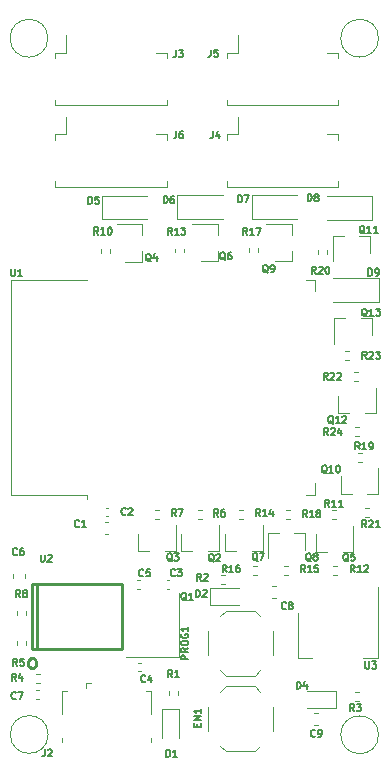
<source format=gbr>
G04 #@! TF.GenerationSoftware,KiCad,Pcbnew,5.1.7-a382d34a88~90~ubuntu20.04.1*
G04 #@! TF.CreationDate,2022-01-21T18:15:31-06:00*
G04 #@! TF.ProjectId,strike-controller,73747269-6b65-42d6-936f-6e74726f6c6c,rev?*
G04 #@! TF.SameCoordinates,Original*
G04 #@! TF.FileFunction,Legend,Top*
G04 #@! TF.FilePolarity,Positive*
%FSLAX46Y46*%
G04 Gerber Fmt 4.6, Leading zero omitted, Abs format (unit mm)*
G04 Created by KiCad (PCBNEW 5.1.7-a382d34a88~90~ubuntu20.04.1) date 2022-01-21 18:15:31*
%MOMM*%
%LPD*%
G01*
G04 APERTURE LIST*
%ADD10C,0.120000*%
%ADD11C,0.254000*%
%ADD12C,0.150000*%
G04 APERTURE END LIST*
D10*
X133109165Y-112885000D02*
X133340835Y-112885000D01*
X133109165Y-112165000D02*
X133340835Y-112165000D01*
X132160000Y-102646267D02*
X132160000Y-102353733D01*
X131140000Y-102646267D02*
X131140000Y-102353733D01*
X133084879Y-111580000D02*
X133420121Y-111580000D01*
X133084879Y-110820000D02*
X133420121Y-110820000D01*
X162100781Y-115925000D02*
G75*
G03*
X162100781Y-115925000I-1600781J0D01*
G01*
X162100781Y-56950000D02*
G75*
G03*
X162100781Y-56950000I-1600781J0D01*
G01*
X134125781Y-115900000D02*
G75*
G03*
X134125781Y-115900000I-1600781J0D01*
G01*
X134100781Y-56950000D02*
G75*
G03*
X134100781Y-56950000I-1600781J0D01*
G01*
X148769879Y-103160000D02*
X149105121Y-103160000D01*
X148769879Y-102400000D02*
X149105121Y-102400000D01*
X134715000Y-65540000D02*
X134715000Y-65090000D01*
X134715000Y-65090000D02*
X135665000Y-65090000D01*
X135665000Y-65090000D02*
X135665000Y-63600000D01*
X144185000Y-65540000D02*
X144185000Y-65090000D01*
X144185000Y-65090000D02*
X143235000Y-65090000D01*
X134715000Y-69060000D02*
X134715000Y-69510000D01*
X134715000Y-69510000D02*
X144185000Y-69510000D01*
X144185000Y-69510000D02*
X144185000Y-69060000D01*
X149240000Y-58640000D02*
X149240000Y-58190000D01*
X149240000Y-58190000D02*
X150190000Y-58190000D01*
X150190000Y-58190000D02*
X150190000Y-56700000D01*
X158710000Y-58640000D02*
X158710000Y-58190000D01*
X158710000Y-58190000D02*
X157760000Y-58190000D01*
X149240000Y-62160000D02*
X149240000Y-62610000D01*
X149240000Y-62610000D02*
X158710000Y-62610000D01*
X158710000Y-62610000D02*
X158710000Y-62160000D01*
X149240000Y-65540000D02*
X149240000Y-65090000D01*
X149240000Y-65090000D02*
X150190000Y-65090000D01*
X150190000Y-65090000D02*
X150190000Y-63600000D01*
X158710000Y-65540000D02*
X158710000Y-65090000D01*
X158710000Y-65090000D02*
X157760000Y-65090000D01*
X149240000Y-69060000D02*
X149240000Y-69510000D01*
X149240000Y-69510000D02*
X158710000Y-69510000D01*
X158710000Y-69510000D02*
X158710000Y-69060000D01*
X134715000Y-58640000D02*
X134715000Y-58190000D01*
X134715000Y-58190000D02*
X135665000Y-58190000D01*
X135665000Y-58190000D02*
X135665000Y-56700000D01*
X144185000Y-58640000D02*
X144185000Y-58190000D01*
X144185000Y-58190000D02*
X143235000Y-58190000D01*
X134715000Y-62160000D02*
X134715000Y-62610000D01*
X134715000Y-62610000D02*
X144185000Y-62610000D01*
X144185000Y-62610000D02*
X144185000Y-62160000D01*
X137410000Y-95620000D02*
X137410000Y-96000000D01*
X130990000Y-95620000D02*
X137410000Y-95620000D01*
X130990000Y-77380000D02*
X137410000Y-77380000D01*
X130990000Y-95620000D02*
X130990000Y-77380000D01*
X156735000Y-77380000D02*
X156735000Y-78380000D01*
X155955000Y-77380000D02*
X156735000Y-77380000D01*
X156735000Y-95620000D02*
X156735000Y-94620000D01*
X155955000Y-95620000D02*
X156735000Y-95620000D01*
D11*
X132765000Y-108630500D02*
X132765000Y-103169500D01*
X140385000Y-103169500D02*
X140385000Y-108630500D01*
X132765000Y-108630500D02*
X140385000Y-108630500D01*
X140385000Y-103169500D02*
X132765000Y-103169500D01*
X133146000Y-103169500D02*
X133146000Y-108630500D01*
D10*
X144398335Y-102840000D02*
X144166665Y-102840000D01*
X144398335Y-103560000D02*
X144166665Y-103560000D01*
X139223335Y-96690000D02*
X138991665Y-96690000D01*
X139223335Y-97410000D02*
X138991665Y-97410000D01*
X160082379Y-113055000D02*
X160417621Y-113055000D01*
X160082379Y-112295000D02*
X160417621Y-112295000D01*
X144380000Y-112209879D02*
X144380000Y-112545121D01*
X145140000Y-112209879D02*
X145140000Y-112545121D01*
X149150000Y-105410000D02*
X151650000Y-105410000D01*
X147650000Y-107160000D02*
X147650000Y-109160000D01*
X149150000Y-110910000D02*
X151650000Y-110910000D01*
X153150000Y-107160000D02*
X153150000Y-109160000D01*
X148700000Y-105860000D02*
X149150000Y-105410000D01*
X152100000Y-105860000D02*
X151650000Y-105410000D01*
X152100000Y-110460000D02*
X151650000Y-110910000D01*
X148700000Y-110460000D02*
X149150000Y-110910000D01*
X149150000Y-111825000D02*
X151650000Y-111825000D01*
X147650000Y-113575000D02*
X147650000Y-115575000D01*
X149150000Y-117325000D02*
X151650000Y-117325000D01*
X153150000Y-113575000D02*
X153150000Y-115575000D01*
X148700000Y-112275000D02*
X149150000Y-111825000D01*
X152100000Y-112275000D02*
X151650000Y-111825000D01*
X152100000Y-116875000D02*
X151650000Y-117325000D01*
X148700000Y-116875000D02*
X149150000Y-117325000D01*
X162060000Y-103405000D02*
X162060000Y-109415000D01*
X155240000Y-105655000D02*
X155240000Y-109415000D01*
X162060000Y-109415000D02*
X160800000Y-109415000D01*
X155240000Y-109415000D02*
X156500000Y-109415000D01*
X160104879Y-90630000D02*
X160440121Y-90630000D01*
X160104879Y-89870000D02*
X160440121Y-89870000D01*
X159259879Y-84160000D02*
X159595121Y-84160000D01*
X159259879Y-83400000D02*
X159595121Y-83400000D01*
X160370121Y-85220000D02*
X160034879Y-85220000D01*
X160370121Y-85980000D02*
X160034879Y-85980000D01*
X160954879Y-97455000D02*
X161290121Y-97455000D01*
X160954879Y-96695000D02*
X161290121Y-96695000D01*
X156990000Y-74864879D02*
X156990000Y-75200121D01*
X157750000Y-74864879D02*
X157750000Y-75200121D01*
X160332379Y-92860000D02*
X160667621Y-92860000D01*
X160332379Y-92100000D02*
X160667621Y-92100000D01*
X154640121Y-97630000D02*
X154304879Y-97630000D01*
X154640121Y-96870000D02*
X154304879Y-96870000D01*
X151120000Y-74729879D02*
X151120000Y-75065121D01*
X151880000Y-74729879D02*
X151880000Y-75065121D01*
X151807621Y-101660000D02*
X151472379Y-101660000D01*
X151807621Y-102420000D02*
X151472379Y-102420000D01*
X154112379Y-101620000D02*
X154447621Y-101620000D01*
X154112379Y-102380000D02*
X154447621Y-102380000D01*
X150309879Y-96895000D02*
X150645121Y-96895000D01*
X150309879Y-97655000D02*
X150645121Y-97655000D01*
X144895000Y-74754879D02*
X144895000Y-75090121D01*
X145655000Y-74754879D02*
X145655000Y-75090121D01*
X158615121Y-102380000D02*
X158279879Y-102380000D01*
X158615121Y-101620000D02*
X158279879Y-101620000D01*
X158517621Y-97630000D02*
X158182379Y-97630000D01*
X158517621Y-96870000D02*
X158182379Y-96870000D01*
X138570000Y-74759879D02*
X138570000Y-75095121D01*
X139330000Y-74759879D02*
X139330000Y-75095121D01*
X131495000Y-105745121D02*
X131495000Y-105409879D01*
X132255000Y-105745121D02*
X132255000Y-105409879D01*
X143184879Y-97655000D02*
X143520121Y-97655000D01*
X143184879Y-96895000D02*
X143520121Y-96895000D01*
X147130121Y-96915000D02*
X146794879Y-96915000D01*
X147130121Y-97675000D02*
X146794879Y-97675000D01*
X132255000Y-108342621D02*
X132255000Y-108007379D01*
X131495000Y-108342621D02*
X131495000Y-108007379D01*
X161510000Y-80660000D02*
X161510000Y-82120000D01*
X158350000Y-80660000D02*
X158350000Y-82820000D01*
X158350000Y-80660000D02*
X159280000Y-80660000D01*
X161510000Y-80660000D02*
X160580000Y-80660000D01*
X158685000Y-88690000D02*
X158685000Y-87230000D01*
X161845000Y-88690000D02*
X161845000Y-86530000D01*
X161845000Y-88690000D02*
X160915000Y-88690000D01*
X158685000Y-88690000D02*
X159615000Y-88690000D01*
X161400000Y-73680000D02*
X161400000Y-75140000D01*
X158240000Y-73680000D02*
X158240000Y-75840000D01*
X158240000Y-73680000D02*
X159170000Y-73680000D01*
X161400000Y-73680000D02*
X160470000Y-73680000D01*
X158930000Y-95500000D02*
X158930000Y-94040000D01*
X162090000Y-95500000D02*
X162090000Y-93340000D01*
X162090000Y-95500000D02*
X161160000Y-95500000D01*
X158930000Y-95500000D02*
X159860000Y-95500000D01*
X154760000Y-75855000D02*
X153300000Y-75855000D01*
X154760000Y-72695000D02*
X152600000Y-72695000D01*
X154760000Y-72695000D02*
X154760000Y-73625000D01*
X154760000Y-75855000D02*
X154760000Y-74925000D01*
X155890000Y-98840000D02*
X154960000Y-98840000D01*
X152730000Y-98840000D02*
X153660000Y-98840000D01*
X152730000Y-98840000D02*
X152730000Y-101000000D01*
X155890000Y-98840000D02*
X155890000Y-100300000D01*
X149120000Y-100365000D02*
X150050000Y-100365000D01*
X152280000Y-100365000D02*
X151350000Y-100365000D01*
X152280000Y-100365000D02*
X152280000Y-98205000D01*
X149120000Y-100365000D02*
X149120000Y-98905000D01*
X148505000Y-75855000D02*
X147045000Y-75855000D01*
X148505000Y-72695000D02*
X146345000Y-72695000D01*
X148505000Y-72695000D02*
X148505000Y-73625000D01*
X148505000Y-75855000D02*
X148505000Y-74925000D01*
X156820000Y-100415000D02*
X157750000Y-100415000D01*
X159980000Y-100415000D02*
X159050000Y-100415000D01*
X159980000Y-100415000D02*
X159980000Y-98255000D01*
X156820000Y-100415000D02*
X156820000Y-98955000D01*
X142105000Y-75860000D02*
X140645000Y-75860000D01*
X142105000Y-72700000D02*
X139945000Y-72700000D01*
X142105000Y-72700000D02*
X142105000Y-73630000D01*
X142105000Y-75860000D02*
X142105000Y-74930000D01*
X141770000Y-100360000D02*
X141770000Y-98900000D01*
X144930000Y-100360000D02*
X144930000Y-98200000D01*
X144930000Y-100360000D02*
X144000000Y-100360000D01*
X141770000Y-100360000D02*
X142700000Y-100360000D01*
X145395000Y-100360000D02*
X145395000Y-98900000D01*
X148555000Y-100360000D02*
X148555000Y-98200000D01*
X148555000Y-100360000D02*
X147625000Y-100360000D01*
X145395000Y-100360000D02*
X146325000Y-100360000D01*
X145220000Y-109330000D02*
X145220000Y-103930000D01*
X140720000Y-109330000D02*
X145220000Y-109330000D01*
X142860000Y-114195000D02*
X142860000Y-112215000D01*
X142860000Y-112215000D02*
X142440000Y-112215000D01*
X142860000Y-116165000D02*
X142860000Y-116565000D01*
X135340000Y-116565000D02*
X135340000Y-116165000D01*
X135340000Y-114195000D02*
X135340000Y-112215000D01*
X135340000Y-112215000D02*
X135760000Y-112215000D01*
X137790000Y-111535000D02*
X137340000Y-111535000D01*
X137340000Y-111985000D02*
X137340000Y-111535000D01*
X162100000Y-79270000D02*
X158250000Y-79270000D01*
X162100000Y-77270000D02*
X158250000Y-77270000D01*
X162100000Y-79270000D02*
X162100000Y-77270000D01*
X161560000Y-72310000D02*
X157710000Y-72310000D01*
X161560000Y-70310000D02*
X157710000Y-70310000D01*
X161560000Y-72310000D02*
X161560000Y-70310000D01*
X151375000Y-70225000D02*
X155225000Y-70225000D01*
X151375000Y-72225000D02*
X155225000Y-72225000D01*
X151375000Y-70225000D02*
X151375000Y-72225000D01*
X145050000Y-70250000D02*
X148900000Y-70250000D01*
X145050000Y-72250000D02*
X148900000Y-72250000D01*
X145050000Y-70250000D02*
X145050000Y-72250000D01*
X138650000Y-70275000D02*
X142500000Y-70275000D01*
X138650000Y-72275000D02*
X142500000Y-72275000D01*
X138650000Y-70275000D02*
X138650000Y-72275000D01*
X158485000Y-112190000D02*
X156025000Y-112190000D01*
X158485000Y-113660000D02*
X158485000Y-112190000D01*
X156025000Y-113660000D02*
X158485000Y-113660000D01*
X147865000Y-104935000D02*
X150325000Y-104935000D01*
X147865000Y-103465000D02*
X147865000Y-104935000D01*
X150325000Y-103465000D02*
X147865000Y-103465000D01*
X143745000Y-113710000D02*
X143745000Y-116170000D01*
X145215000Y-113710000D02*
X143745000Y-113710000D01*
X145215000Y-116170000D02*
X145215000Y-113710000D01*
X156946267Y-114115000D02*
X156653733Y-114115000D01*
X156946267Y-115135000D02*
X156653733Y-115135000D01*
X153383767Y-103315000D02*
X153091233Y-103315000D01*
X153383767Y-104335000D02*
X153091233Y-104335000D01*
X141646665Y-103565000D02*
X141878335Y-103565000D01*
X141646665Y-102845000D02*
X141878335Y-102845000D01*
X141716665Y-110560000D02*
X141948335Y-110560000D01*
X141716665Y-109840000D02*
X141948335Y-109840000D01*
X139221267Y-97940000D02*
X138928733Y-97940000D01*
X139221267Y-98960000D02*
X138928733Y-98960000D01*
D12*
X131375000Y-112859285D02*
X131346428Y-112887857D01*
X131260714Y-112916428D01*
X131203571Y-112916428D01*
X131117857Y-112887857D01*
X131060714Y-112830714D01*
X131032142Y-112773571D01*
X131003571Y-112659285D01*
X131003571Y-112573571D01*
X131032142Y-112459285D01*
X131060714Y-112402142D01*
X131117857Y-112345000D01*
X131203571Y-112316428D01*
X131260714Y-112316428D01*
X131346428Y-112345000D01*
X131375000Y-112373571D01*
X131575000Y-112316428D02*
X131975000Y-112316428D01*
X131717857Y-112916428D01*
X131500000Y-100651785D02*
X131471428Y-100680357D01*
X131385714Y-100708928D01*
X131328571Y-100708928D01*
X131242857Y-100680357D01*
X131185714Y-100623214D01*
X131157142Y-100566071D01*
X131128571Y-100451785D01*
X131128571Y-100366071D01*
X131157142Y-100251785D01*
X131185714Y-100194642D01*
X131242857Y-100137500D01*
X131328571Y-100108928D01*
X131385714Y-100108928D01*
X131471428Y-100137500D01*
X131500000Y-100166071D01*
X132014285Y-100108928D02*
X131900000Y-100108928D01*
X131842857Y-100137500D01*
X131814285Y-100166071D01*
X131757142Y-100251785D01*
X131728571Y-100366071D01*
X131728571Y-100594642D01*
X131757142Y-100651785D01*
X131785714Y-100680357D01*
X131842857Y-100708928D01*
X131957142Y-100708928D01*
X132014285Y-100680357D01*
X132042857Y-100651785D01*
X132071428Y-100594642D01*
X132071428Y-100451785D01*
X132042857Y-100394642D01*
X132014285Y-100366071D01*
X131957142Y-100337500D01*
X131842857Y-100337500D01*
X131785714Y-100366071D01*
X131757142Y-100394642D01*
X131728571Y-100451785D01*
X131400000Y-111346428D02*
X131200000Y-111060714D01*
X131057142Y-111346428D02*
X131057142Y-110746428D01*
X131285714Y-110746428D01*
X131342857Y-110775000D01*
X131371428Y-110803571D01*
X131400000Y-110860714D01*
X131400000Y-110946428D01*
X131371428Y-111003571D01*
X131342857Y-111032142D01*
X131285714Y-111060714D01*
X131057142Y-111060714D01*
X131914285Y-110946428D02*
X131914285Y-111346428D01*
X131771428Y-110717857D02*
X131628571Y-111146428D01*
X132000000Y-111146428D01*
X147075000Y-102871428D02*
X146875000Y-102585714D01*
X146732142Y-102871428D02*
X146732142Y-102271428D01*
X146960714Y-102271428D01*
X147017857Y-102300000D01*
X147046428Y-102328571D01*
X147075000Y-102385714D01*
X147075000Y-102471428D01*
X147046428Y-102528571D01*
X147017857Y-102557142D01*
X146960714Y-102585714D01*
X146732142Y-102585714D01*
X147303571Y-102328571D02*
X147332142Y-102300000D01*
X147389285Y-102271428D01*
X147532142Y-102271428D01*
X147589285Y-102300000D01*
X147617857Y-102328571D01*
X147646428Y-102385714D01*
X147646428Y-102442857D01*
X147617857Y-102528571D01*
X147275000Y-102871428D01*
X147646428Y-102871428D01*
X144975000Y-64796428D02*
X144975000Y-65225000D01*
X144946428Y-65310714D01*
X144889285Y-65367857D01*
X144803571Y-65396428D01*
X144746428Y-65396428D01*
X145517857Y-64796428D02*
X145403571Y-64796428D01*
X145346428Y-64825000D01*
X145317857Y-64853571D01*
X145260714Y-64939285D01*
X145232142Y-65053571D01*
X145232142Y-65282142D01*
X145260714Y-65339285D01*
X145289285Y-65367857D01*
X145346428Y-65396428D01*
X145460714Y-65396428D01*
X145517857Y-65367857D01*
X145546428Y-65339285D01*
X145575000Y-65282142D01*
X145575000Y-65139285D01*
X145546428Y-65082142D01*
X145517857Y-65053571D01*
X145460714Y-65025000D01*
X145346428Y-65025000D01*
X145289285Y-65053571D01*
X145260714Y-65082142D01*
X145232142Y-65139285D01*
X147900000Y-57921428D02*
X147900000Y-58350000D01*
X147871428Y-58435714D01*
X147814285Y-58492857D01*
X147728571Y-58521428D01*
X147671428Y-58521428D01*
X148471428Y-57921428D02*
X148185714Y-57921428D01*
X148157142Y-58207142D01*
X148185714Y-58178571D01*
X148242857Y-58150000D01*
X148385714Y-58150000D01*
X148442857Y-58178571D01*
X148471428Y-58207142D01*
X148500000Y-58264285D01*
X148500000Y-58407142D01*
X148471428Y-58464285D01*
X148442857Y-58492857D01*
X148385714Y-58521428D01*
X148242857Y-58521428D01*
X148185714Y-58492857D01*
X148157142Y-58464285D01*
X148075000Y-64821428D02*
X148075000Y-65250000D01*
X148046428Y-65335714D01*
X147989285Y-65392857D01*
X147903571Y-65421428D01*
X147846428Y-65421428D01*
X148617857Y-65021428D02*
X148617857Y-65421428D01*
X148475000Y-64792857D02*
X148332142Y-65221428D01*
X148703571Y-65221428D01*
X144950000Y-57946428D02*
X144950000Y-58375000D01*
X144921428Y-58460714D01*
X144864285Y-58517857D01*
X144778571Y-58546428D01*
X144721428Y-58546428D01*
X145178571Y-57946428D02*
X145550000Y-57946428D01*
X145350000Y-58175000D01*
X145435714Y-58175000D01*
X145492857Y-58203571D01*
X145521428Y-58232142D01*
X145550000Y-58289285D01*
X145550000Y-58432142D01*
X145521428Y-58489285D01*
X145492857Y-58517857D01*
X145435714Y-58546428D01*
X145264285Y-58546428D01*
X145207142Y-58517857D01*
X145178571Y-58489285D01*
X130992857Y-76471428D02*
X130992857Y-76957142D01*
X131021428Y-77014285D01*
X131050000Y-77042857D01*
X131107142Y-77071428D01*
X131221428Y-77071428D01*
X131278571Y-77042857D01*
X131307142Y-77014285D01*
X131335714Y-76957142D01*
X131335714Y-76471428D01*
X131935714Y-77071428D02*
X131592857Y-77071428D01*
X131764285Y-77071428D02*
X131764285Y-76471428D01*
X131707142Y-76557142D01*
X131650000Y-76614285D01*
X131592857Y-76642857D01*
X133492857Y-100671428D02*
X133492857Y-101157142D01*
X133521428Y-101214285D01*
X133550000Y-101242857D01*
X133607142Y-101271428D01*
X133721428Y-101271428D01*
X133778571Y-101242857D01*
X133807142Y-101214285D01*
X133835714Y-101157142D01*
X133835714Y-100671428D01*
X134092857Y-100728571D02*
X134121428Y-100700000D01*
X134178571Y-100671428D01*
X134321428Y-100671428D01*
X134378571Y-100700000D01*
X134407142Y-100728571D01*
X134435714Y-100785714D01*
X134435714Y-100842857D01*
X134407142Y-100928571D01*
X134064285Y-101271428D01*
X134435714Y-101271428D01*
D11*
X132674285Y-110284523D02*
X132553333Y-110224047D01*
X132492857Y-110163571D01*
X132432380Y-110042619D01*
X132432380Y-109679761D01*
X132492857Y-109558809D01*
X132553333Y-109498333D01*
X132674285Y-109437857D01*
X132855714Y-109437857D01*
X132976666Y-109498333D01*
X133037142Y-109558809D01*
X133097619Y-109679761D01*
X133097619Y-110042619D01*
X133037142Y-110163571D01*
X132976666Y-110224047D01*
X132855714Y-110284523D01*
X132674285Y-110284523D01*
D12*
X144875000Y-102439285D02*
X144846428Y-102467857D01*
X144760714Y-102496428D01*
X144703571Y-102496428D01*
X144617857Y-102467857D01*
X144560714Y-102410714D01*
X144532142Y-102353571D01*
X144503571Y-102239285D01*
X144503571Y-102153571D01*
X144532142Y-102039285D01*
X144560714Y-101982142D01*
X144617857Y-101925000D01*
X144703571Y-101896428D01*
X144760714Y-101896428D01*
X144846428Y-101925000D01*
X144875000Y-101953571D01*
X145075000Y-101896428D02*
X145446428Y-101896428D01*
X145246428Y-102125000D01*
X145332142Y-102125000D01*
X145389285Y-102153571D01*
X145417857Y-102182142D01*
X145446428Y-102239285D01*
X145446428Y-102382142D01*
X145417857Y-102439285D01*
X145389285Y-102467857D01*
X145332142Y-102496428D01*
X145160714Y-102496428D01*
X145103571Y-102467857D01*
X145075000Y-102439285D01*
X140700000Y-97264285D02*
X140671428Y-97292857D01*
X140585714Y-97321428D01*
X140528571Y-97321428D01*
X140442857Y-97292857D01*
X140385714Y-97235714D01*
X140357142Y-97178571D01*
X140328571Y-97064285D01*
X140328571Y-96978571D01*
X140357142Y-96864285D01*
X140385714Y-96807142D01*
X140442857Y-96750000D01*
X140528571Y-96721428D01*
X140585714Y-96721428D01*
X140671428Y-96750000D01*
X140700000Y-96778571D01*
X140928571Y-96778571D02*
X140957142Y-96750000D01*
X141014285Y-96721428D01*
X141157142Y-96721428D01*
X141214285Y-96750000D01*
X141242857Y-96778571D01*
X141271428Y-96835714D01*
X141271428Y-96892857D01*
X141242857Y-96978571D01*
X140900000Y-97321428D01*
X141271428Y-97321428D01*
X160047500Y-113916428D02*
X159847500Y-113630714D01*
X159704642Y-113916428D02*
X159704642Y-113316428D01*
X159933214Y-113316428D01*
X159990357Y-113345000D01*
X160018928Y-113373571D01*
X160047500Y-113430714D01*
X160047500Y-113516428D01*
X160018928Y-113573571D01*
X159990357Y-113602142D01*
X159933214Y-113630714D01*
X159704642Y-113630714D01*
X160247500Y-113316428D02*
X160618928Y-113316428D01*
X160418928Y-113545000D01*
X160504642Y-113545000D01*
X160561785Y-113573571D01*
X160590357Y-113602142D01*
X160618928Y-113659285D01*
X160618928Y-113802142D01*
X160590357Y-113859285D01*
X160561785Y-113887857D01*
X160504642Y-113916428D01*
X160333214Y-113916428D01*
X160276071Y-113887857D01*
X160247500Y-113859285D01*
X144630000Y-111066428D02*
X144430000Y-110780714D01*
X144287142Y-111066428D02*
X144287142Y-110466428D01*
X144515714Y-110466428D01*
X144572857Y-110495000D01*
X144601428Y-110523571D01*
X144630000Y-110580714D01*
X144630000Y-110666428D01*
X144601428Y-110723571D01*
X144572857Y-110752142D01*
X144515714Y-110780714D01*
X144287142Y-110780714D01*
X145201428Y-111066428D02*
X144858571Y-111066428D01*
X145030000Y-111066428D02*
X145030000Y-110466428D01*
X144972857Y-110552142D01*
X144915714Y-110609285D01*
X144858571Y-110637857D01*
X145971428Y-109532142D02*
X145371428Y-109532142D01*
X145371428Y-109303571D01*
X145400000Y-109246428D01*
X145428571Y-109217857D01*
X145485714Y-109189285D01*
X145571428Y-109189285D01*
X145628571Y-109217857D01*
X145657142Y-109246428D01*
X145685714Y-109303571D01*
X145685714Y-109532142D01*
X145971428Y-108589285D02*
X145685714Y-108789285D01*
X145971428Y-108932142D02*
X145371428Y-108932142D01*
X145371428Y-108703571D01*
X145400000Y-108646428D01*
X145428571Y-108617857D01*
X145485714Y-108589285D01*
X145571428Y-108589285D01*
X145628571Y-108617857D01*
X145657142Y-108646428D01*
X145685714Y-108703571D01*
X145685714Y-108932142D01*
X145371428Y-108217857D02*
X145371428Y-108103571D01*
X145400000Y-108046428D01*
X145457142Y-107989285D01*
X145571428Y-107960714D01*
X145771428Y-107960714D01*
X145885714Y-107989285D01*
X145942857Y-108046428D01*
X145971428Y-108103571D01*
X145971428Y-108217857D01*
X145942857Y-108275000D01*
X145885714Y-108332142D01*
X145771428Y-108360714D01*
X145571428Y-108360714D01*
X145457142Y-108332142D01*
X145400000Y-108275000D01*
X145371428Y-108217857D01*
X145400000Y-107389285D02*
X145371428Y-107446428D01*
X145371428Y-107532142D01*
X145400000Y-107617857D01*
X145457142Y-107675000D01*
X145514285Y-107703571D01*
X145628571Y-107732142D01*
X145714285Y-107732142D01*
X145828571Y-107703571D01*
X145885714Y-107675000D01*
X145942857Y-107617857D01*
X145971428Y-107532142D01*
X145971428Y-107475000D01*
X145942857Y-107389285D01*
X145914285Y-107360714D01*
X145714285Y-107360714D01*
X145714285Y-107475000D01*
X145971428Y-106789285D02*
X145971428Y-107132142D01*
X145971428Y-106960714D02*
X145371428Y-106960714D01*
X145457142Y-107017857D01*
X145514285Y-107075000D01*
X145542857Y-107132142D01*
X146757142Y-115253571D02*
X146757142Y-115053571D01*
X147071428Y-114967857D02*
X147071428Y-115253571D01*
X146471428Y-115253571D01*
X146471428Y-114967857D01*
X147071428Y-114710714D02*
X146471428Y-114710714D01*
X147071428Y-114367857D01*
X146471428Y-114367857D01*
X147071428Y-113767857D02*
X147071428Y-114110714D01*
X147071428Y-113939285D02*
X146471428Y-113939285D01*
X146557142Y-113996428D01*
X146614285Y-114053571D01*
X146642857Y-114110714D01*
X160967857Y-109721428D02*
X160967857Y-110207142D01*
X160996428Y-110264285D01*
X161025000Y-110292857D01*
X161082142Y-110321428D01*
X161196428Y-110321428D01*
X161253571Y-110292857D01*
X161282142Y-110264285D01*
X161310714Y-110207142D01*
X161310714Y-109721428D01*
X161539285Y-109721428D02*
X161910714Y-109721428D01*
X161710714Y-109950000D01*
X161796428Y-109950000D01*
X161853571Y-109978571D01*
X161882142Y-110007142D01*
X161910714Y-110064285D01*
X161910714Y-110207142D01*
X161882142Y-110264285D01*
X161853571Y-110292857D01*
X161796428Y-110321428D01*
X161625000Y-110321428D01*
X161567857Y-110292857D01*
X161539285Y-110264285D01*
X157839285Y-90546428D02*
X157639285Y-90260714D01*
X157496428Y-90546428D02*
X157496428Y-89946428D01*
X157725000Y-89946428D01*
X157782142Y-89975000D01*
X157810714Y-90003571D01*
X157839285Y-90060714D01*
X157839285Y-90146428D01*
X157810714Y-90203571D01*
X157782142Y-90232142D01*
X157725000Y-90260714D01*
X157496428Y-90260714D01*
X158067857Y-90003571D02*
X158096428Y-89975000D01*
X158153571Y-89946428D01*
X158296428Y-89946428D01*
X158353571Y-89975000D01*
X158382142Y-90003571D01*
X158410714Y-90060714D01*
X158410714Y-90117857D01*
X158382142Y-90203571D01*
X158039285Y-90546428D01*
X158410714Y-90546428D01*
X158925000Y-90146428D02*
X158925000Y-90546428D01*
X158782142Y-89917857D02*
X158639285Y-90346428D01*
X159010714Y-90346428D01*
X161084285Y-84081428D02*
X160884285Y-83795714D01*
X160741428Y-84081428D02*
X160741428Y-83481428D01*
X160970000Y-83481428D01*
X161027142Y-83510000D01*
X161055714Y-83538571D01*
X161084285Y-83595714D01*
X161084285Y-83681428D01*
X161055714Y-83738571D01*
X161027142Y-83767142D01*
X160970000Y-83795714D01*
X160741428Y-83795714D01*
X161312857Y-83538571D02*
X161341428Y-83510000D01*
X161398571Y-83481428D01*
X161541428Y-83481428D01*
X161598571Y-83510000D01*
X161627142Y-83538571D01*
X161655714Y-83595714D01*
X161655714Y-83652857D01*
X161627142Y-83738571D01*
X161284285Y-84081428D01*
X161655714Y-84081428D01*
X161855714Y-83481428D02*
X162227142Y-83481428D01*
X162027142Y-83710000D01*
X162112857Y-83710000D01*
X162170000Y-83738571D01*
X162198571Y-83767142D01*
X162227142Y-83824285D01*
X162227142Y-83967142D01*
X162198571Y-84024285D01*
X162170000Y-84052857D01*
X162112857Y-84081428D01*
X161941428Y-84081428D01*
X161884285Y-84052857D01*
X161855714Y-84024285D01*
X157789285Y-85871428D02*
X157589285Y-85585714D01*
X157446428Y-85871428D02*
X157446428Y-85271428D01*
X157675000Y-85271428D01*
X157732142Y-85300000D01*
X157760714Y-85328571D01*
X157789285Y-85385714D01*
X157789285Y-85471428D01*
X157760714Y-85528571D01*
X157732142Y-85557142D01*
X157675000Y-85585714D01*
X157446428Y-85585714D01*
X158017857Y-85328571D02*
X158046428Y-85300000D01*
X158103571Y-85271428D01*
X158246428Y-85271428D01*
X158303571Y-85300000D01*
X158332142Y-85328571D01*
X158360714Y-85385714D01*
X158360714Y-85442857D01*
X158332142Y-85528571D01*
X157989285Y-85871428D01*
X158360714Y-85871428D01*
X158589285Y-85328571D02*
X158617857Y-85300000D01*
X158675000Y-85271428D01*
X158817857Y-85271428D01*
X158875000Y-85300000D01*
X158903571Y-85328571D01*
X158932142Y-85385714D01*
X158932142Y-85442857D01*
X158903571Y-85528571D01*
X158560714Y-85871428D01*
X158932142Y-85871428D01*
X161064285Y-98371428D02*
X160864285Y-98085714D01*
X160721428Y-98371428D02*
X160721428Y-97771428D01*
X160950000Y-97771428D01*
X161007142Y-97800000D01*
X161035714Y-97828571D01*
X161064285Y-97885714D01*
X161064285Y-97971428D01*
X161035714Y-98028571D01*
X161007142Y-98057142D01*
X160950000Y-98085714D01*
X160721428Y-98085714D01*
X161292857Y-97828571D02*
X161321428Y-97800000D01*
X161378571Y-97771428D01*
X161521428Y-97771428D01*
X161578571Y-97800000D01*
X161607142Y-97828571D01*
X161635714Y-97885714D01*
X161635714Y-97942857D01*
X161607142Y-98028571D01*
X161264285Y-98371428D01*
X161635714Y-98371428D01*
X162207142Y-98371428D02*
X161864285Y-98371428D01*
X162035714Y-98371428D02*
X162035714Y-97771428D01*
X161978571Y-97857142D01*
X161921428Y-97914285D01*
X161864285Y-97942857D01*
X156789285Y-76896428D02*
X156589285Y-76610714D01*
X156446428Y-76896428D02*
X156446428Y-76296428D01*
X156675000Y-76296428D01*
X156732142Y-76325000D01*
X156760714Y-76353571D01*
X156789285Y-76410714D01*
X156789285Y-76496428D01*
X156760714Y-76553571D01*
X156732142Y-76582142D01*
X156675000Y-76610714D01*
X156446428Y-76610714D01*
X157017857Y-76353571D02*
X157046428Y-76325000D01*
X157103571Y-76296428D01*
X157246428Y-76296428D01*
X157303571Y-76325000D01*
X157332142Y-76353571D01*
X157360714Y-76410714D01*
X157360714Y-76467857D01*
X157332142Y-76553571D01*
X156989285Y-76896428D01*
X157360714Y-76896428D01*
X157732142Y-76296428D02*
X157789285Y-76296428D01*
X157846428Y-76325000D01*
X157875000Y-76353571D01*
X157903571Y-76410714D01*
X157932142Y-76525000D01*
X157932142Y-76667857D01*
X157903571Y-76782142D01*
X157875000Y-76839285D01*
X157846428Y-76867857D01*
X157789285Y-76896428D01*
X157732142Y-76896428D01*
X157675000Y-76867857D01*
X157646428Y-76839285D01*
X157617857Y-76782142D01*
X157589285Y-76667857D01*
X157589285Y-76525000D01*
X157617857Y-76410714D01*
X157646428Y-76353571D01*
X157675000Y-76325000D01*
X157732142Y-76296428D01*
X160489285Y-91771428D02*
X160289285Y-91485714D01*
X160146428Y-91771428D02*
X160146428Y-91171428D01*
X160375000Y-91171428D01*
X160432142Y-91200000D01*
X160460714Y-91228571D01*
X160489285Y-91285714D01*
X160489285Y-91371428D01*
X160460714Y-91428571D01*
X160432142Y-91457142D01*
X160375000Y-91485714D01*
X160146428Y-91485714D01*
X161060714Y-91771428D02*
X160717857Y-91771428D01*
X160889285Y-91771428D02*
X160889285Y-91171428D01*
X160832142Y-91257142D01*
X160775000Y-91314285D01*
X160717857Y-91342857D01*
X161346428Y-91771428D02*
X161460714Y-91771428D01*
X161517857Y-91742857D01*
X161546428Y-91714285D01*
X161603571Y-91628571D01*
X161632142Y-91514285D01*
X161632142Y-91285714D01*
X161603571Y-91228571D01*
X161575000Y-91200000D01*
X161517857Y-91171428D01*
X161403571Y-91171428D01*
X161346428Y-91200000D01*
X161317857Y-91228571D01*
X161289285Y-91285714D01*
X161289285Y-91428571D01*
X161317857Y-91485714D01*
X161346428Y-91514285D01*
X161403571Y-91542857D01*
X161517857Y-91542857D01*
X161575000Y-91514285D01*
X161603571Y-91485714D01*
X161632142Y-91428571D01*
X156039285Y-97496428D02*
X155839285Y-97210714D01*
X155696428Y-97496428D02*
X155696428Y-96896428D01*
X155925000Y-96896428D01*
X155982142Y-96925000D01*
X156010714Y-96953571D01*
X156039285Y-97010714D01*
X156039285Y-97096428D01*
X156010714Y-97153571D01*
X155982142Y-97182142D01*
X155925000Y-97210714D01*
X155696428Y-97210714D01*
X156610714Y-97496428D02*
X156267857Y-97496428D01*
X156439285Y-97496428D02*
X156439285Y-96896428D01*
X156382142Y-96982142D01*
X156325000Y-97039285D01*
X156267857Y-97067857D01*
X156953571Y-97153571D02*
X156896428Y-97125000D01*
X156867857Y-97096428D01*
X156839285Y-97039285D01*
X156839285Y-97010714D01*
X156867857Y-96953571D01*
X156896428Y-96925000D01*
X156953571Y-96896428D01*
X157067857Y-96896428D01*
X157125000Y-96925000D01*
X157153571Y-96953571D01*
X157182142Y-97010714D01*
X157182142Y-97039285D01*
X157153571Y-97096428D01*
X157125000Y-97125000D01*
X157067857Y-97153571D01*
X156953571Y-97153571D01*
X156896428Y-97182142D01*
X156867857Y-97210714D01*
X156839285Y-97267857D01*
X156839285Y-97382142D01*
X156867857Y-97439285D01*
X156896428Y-97467857D01*
X156953571Y-97496428D01*
X157067857Y-97496428D01*
X157125000Y-97467857D01*
X157153571Y-97439285D01*
X157182142Y-97382142D01*
X157182142Y-97267857D01*
X157153571Y-97210714D01*
X157125000Y-97182142D01*
X157067857Y-97153571D01*
X150974285Y-73578928D02*
X150774285Y-73293214D01*
X150631428Y-73578928D02*
X150631428Y-72978928D01*
X150860000Y-72978928D01*
X150917142Y-73007500D01*
X150945714Y-73036071D01*
X150974285Y-73093214D01*
X150974285Y-73178928D01*
X150945714Y-73236071D01*
X150917142Y-73264642D01*
X150860000Y-73293214D01*
X150631428Y-73293214D01*
X151545714Y-73578928D02*
X151202857Y-73578928D01*
X151374285Y-73578928D02*
X151374285Y-72978928D01*
X151317142Y-73064642D01*
X151260000Y-73121785D01*
X151202857Y-73150357D01*
X151745714Y-72978928D02*
X152145714Y-72978928D01*
X151888571Y-73578928D01*
X149239285Y-102146428D02*
X149039285Y-101860714D01*
X148896428Y-102146428D02*
X148896428Y-101546428D01*
X149125000Y-101546428D01*
X149182142Y-101575000D01*
X149210714Y-101603571D01*
X149239285Y-101660714D01*
X149239285Y-101746428D01*
X149210714Y-101803571D01*
X149182142Y-101832142D01*
X149125000Y-101860714D01*
X148896428Y-101860714D01*
X149810714Y-102146428D02*
X149467857Y-102146428D01*
X149639285Y-102146428D02*
X149639285Y-101546428D01*
X149582142Y-101632142D01*
X149525000Y-101689285D01*
X149467857Y-101717857D01*
X150325000Y-101546428D02*
X150210714Y-101546428D01*
X150153571Y-101575000D01*
X150125000Y-101603571D01*
X150067857Y-101689285D01*
X150039285Y-101803571D01*
X150039285Y-102032142D01*
X150067857Y-102089285D01*
X150096428Y-102117857D01*
X150153571Y-102146428D01*
X150267857Y-102146428D01*
X150325000Y-102117857D01*
X150353571Y-102089285D01*
X150382142Y-102032142D01*
X150382142Y-101889285D01*
X150353571Y-101832142D01*
X150325000Y-101803571D01*
X150267857Y-101775000D01*
X150153571Y-101775000D01*
X150096428Y-101803571D01*
X150067857Y-101832142D01*
X150039285Y-101889285D01*
X155864285Y-102146428D02*
X155664285Y-101860714D01*
X155521428Y-102146428D02*
X155521428Y-101546428D01*
X155750000Y-101546428D01*
X155807142Y-101575000D01*
X155835714Y-101603571D01*
X155864285Y-101660714D01*
X155864285Y-101746428D01*
X155835714Y-101803571D01*
X155807142Y-101832142D01*
X155750000Y-101860714D01*
X155521428Y-101860714D01*
X156435714Y-102146428D02*
X156092857Y-102146428D01*
X156264285Y-102146428D02*
X156264285Y-101546428D01*
X156207142Y-101632142D01*
X156150000Y-101689285D01*
X156092857Y-101717857D01*
X156978571Y-101546428D02*
X156692857Y-101546428D01*
X156664285Y-101832142D01*
X156692857Y-101803571D01*
X156750000Y-101775000D01*
X156892857Y-101775000D01*
X156950000Y-101803571D01*
X156978571Y-101832142D01*
X157007142Y-101889285D01*
X157007142Y-102032142D01*
X156978571Y-102089285D01*
X156950000Y-102117857D01*
X156892857Y-102146428D01*
X156750000Y-102146428D01*
X156692857Y-102117857D01*
X156664285Y-102089285D01*
X152064285Y-97421428D02*
X151864285Y-97135714D01*
X151721428Y-97421428D02*
X151721428Y-96821428D01*
X151950000Y-96821428D01*
X152007142Y-96850000D01*
X152035714Y-96878571D01*
X152064285Y-96935714D01*
X152064285Y-97021428D01*
X152035714Y-97078571D01*
X152007142Y-97107142D01*
X151950000Y-97135714D01*
X151721428Y-97135714D01*
X152635714Y-97421428D02*
X152292857Y-97421428D01*
X152464285Y-97421428D02*
X152464285Y-96821428D01*
X152407142Y-96907142D01*
X152350000Y-96964285D01*
X152292857Y-96992857D01*
X153150000Y-97021428D02*
X153150000Y-97421428D01*
X153007142Y-96792857D02*
X152864285Y-97221428D01*
X153235714Y-97221428D01*
X144614285Y-73596428D02*
X144414285Y-73310714D01*
X144271428Y-73596428D02*
X144271428Y-72996428D01*
X144500000Y-72996428D01*
X144557142Y-73025000D01*
X144585714Y-73053571D01*
X144614285Y-73110714D01*
X144614285Y-73196428D01*
X144585714Y-73253571D01*
X144557142Y-73282142D01*
X144500000Y-73310714D01*
X144271428Y-73310714D01*
X145185714Y-73596428D02*
X144842857Y-73596428D01*
X145014285Y-73596428D02*
X145014285Y-72996428D01*
X144957142Y-73082142D01*
X144900000Y-73139285D01*
X144842857Y-73167857D01*
X145385714Y-72996428D02*
X145757142Y-72996428D01*
X145557142Y-73225000D01*
X145642857Y-73225000D01*
X145700000Y-73253571D01*
X145728571Y-73282142D01*
X145757142Y-73339285D01*
X145757142Y-73482142D01*
X145728571Y-73539285D01*
X145700000Y-73567857D01*
X145642857Y-73596428D01*
X145471428Y-73596428D01*
X145414285Y-73567857D01*
X145385714Y-73539285D01*
X160089285Y-102141428D02*
X159889285Y-101855714D01*
X159746428Y-102141428D02*
X159746428Y-101541428D01*
X159975000Y-101541428D01*
X160032142Y-101570000D01*
X160060714Y-101598571D01*
X160089285Y-101655714D01*
X160089285Y-101741428D01*
X160060714Y-101798571D01*
X160032142Y-101827142D01*
X159975000Y-101855714D01*
X159746428Y-101855714D01*
X160660714Y-102141428D02*
X160317857Y-102141428D01*
X160489285Y-102141428D02*
X160489285Y-101541428D01*
X160432142Y-101627142D01*
X160375000Y-101684285D01*
X160317857Y-101712857D01*
X160889285Y-101598571D02*
X160917857Y-101570000D01*
X160975000Y-101541428D01*
X161117857Y-101541428D01*
X161175000Y-101570000D01*
X161203571Y-101598571D01*
X161232142Y-101655714D01*
X161232142Y-101712857D01*
X161203571Y-101798571D01*
X160860714Y-102141428D01*
X161232142Y-102141428D01*
X157939285Y-96621428D02*
X157739285Y-96335714D01*
X157596428Y-96621428D02*
X157596428Y-96021428D01*
X157825000Y-96021428D01*
X157882142Y-96050000D01*
X157910714Y-96078571D01*
X157939285Y-96135714D01*
X157939285Y-96221428D01*
X157910714Y-96278571D01*
X157882142Y-96307142D01*
X157825000Y-96335714D01*
X157596428Y-96335714D01*
X158510714Y-96621428D02*
X158167857Y-96621428D01*
X158339285Y-96621428D02*
X158339285Y-96021428D01*
X158282142Y-96107142D01*
X158225000Y-96164285D01*
X158167857Y-96192857D01*
X159082142Y-96621428D02*
X158739285Y-96621428D01*
X158910714Y-96621428D02*
X158910714Y-96021428D01*
X158853571Y-96107142D01*
X158796428Y-96164285D01*
X158739285Y-96192857D01*
X138364285Y-73571428D02*
X138164285Y-73285714D01*
X138021428Y-73571428D02*
X138021428Y-72971428D01*
X138250000Y-72971428D01*
X138307142Y-73000000D01*
X138335714Y-73028571D01*
X138364285Y-73085714D01*
X138364285Y-73171428D01*
X138335714Y-73228571D01*
X138307142Y-73257142D01*
X138250000Y-73285714D01*
X138021428Y-73285714D01*
X138935714Y-73571428D02*
X138592857Y-73571428D01*
X138764285Y-73571428D02*
X138764285Y-72971428D01*
X138707142Y-73057142D01*
X138650000Y-73114285D01*
X138592857Y-73142857D01*
X139307142Y-72971428D02*
X139364285Y-72971428D01*
X139421428Y-73000000D01*
X139450000Y-73028571D01*
X139478571Y-73085714D01*
X139507142Y-73200000D01*
X139507142Y-73342857D01*
X139478571Y-73457142D01*
X139450000Y-73514285D01*
X139421428Y-73542857D01*
X139364285Y-73571428D01*
X139307142Y-73571428D01*
X139250000Y-73542857D01*
X139221428Y-73514285D01*
X139192857Y-73457142D01*
X139164285Y-73342857D01*
X139164285Y-73200000D01*
X139192857Y-73085714D01*
X139221428Y-73028571D01*
X139250000Y-73000000D01*
X139307142Y-72971428D01*
X131775000Y-104276428D02*
X131575000Y-103990714D01*
X131432142Y-104276428D02*
X131432142Y-103676428D01*
X131660714Y-103676428D01*
X131717857Y-103705000D01*
X131746428Y-103733571D01*
X131775000Y-103790714D01*
X131775000Y-103876428D01*
X131746428Y-103933571D01*
X131717857Y-103962142D01*
X131660714Y-103990714D01*
X131432142Y-103990714D01*
X132117857Y-103933571D02*
X132060714Y-103905000D01*
X132032142Y-103876428D01*
X132003571Y-103819285D01*
X132003571Y-103790714D01*
X132032142Y-103733571D01*
X132060714Y-103705000D01*
X132117857Y-103676428D01*
X132232142Y-103676428D01*
X132289285Y-103705000D01*
X132317857Y-103733571D01*
X132346428Y-103790714D01*
X132346428Y-103819285D01*
X132317857Y-103876428D01*
X132289285Y-103905000D01*
X132232142Y-103933571D01*
X132117857Y-103933571D01*
X132060714Y-103962142D01*
X132032142Y-103990714D01*
X132003571Y-104047857D01*
X132003571Y-104162142D01*
X132032142Y-104219285D01*
X132060714Y-104247857D01*
X132117857Y-104276428D01*
X132232142Y-104276428D01*
X132289285Y-104247857D01*
X132317857Y-104219285D01*
X132346428Y-104162142D01*
X132346428Y-104047857D01*
X132317857Y-103990714D01*
X132289285Y-103962142D01*
X132232142Y-103933571D01*
X144950000Y-97421428D02*
X144750000Y-97135714D01*
X144607142Y-97421428D02*
X144607142Y-96821428D01*
X144835714Y-96821428D01*
X144892857Y-96850000D01*
X144921428Y-96878571D01*
X144950000Y-96935714D01*
X144950000Y-97021428D01*
X144921428Y-97078571D01*
X144892857Y-97107142D01*
X144835714Y-97135714D01*
X144607142Y-97135714D01*
X145150000Y-96821428D02*
X145550000Y-96821428D01*
X145292857Y-97421428D01*
X148525000Y-97446428D02*
X148325000Y-97160714D01*
X148182142Y-97446428D02*
X148182142Y-96846428D01*
X148410714Y-96846428D01*
X148467857Y-96875000D01*
X148496428Y-96903571D01*
X148525000Y-96960714D01*
X148525000Y-97046428D01*
X148496428Y-97103571D01*
X148467857Y-97132142D01*
X148410714Y-97160714D01*
X148182142Y-97160714D01*
X149039285Y-96846428D02*
X148925000Y-96846428D01*
X148867857Y-96875000D01*
X148839285Y-96903571D01*
X148782142Y-96989285D01*
X148753571Y-97103571D01*
X148753571Y-97332142D01*
X148782142Y-97389285D01*
X148810714Y-97417857D01*
X148867857Y-97446428D01*
X148982142Y-97446428D01*
X149039285Y-97417857D01*
X149067857Y-97389285D01*
X149096428Y-97332142D01*
X149096428Y-97189285D01*
X149067857Y-97132142D01*
X149039285Y-97103571D01*
X148982142Y-97075000D01*
X148867857Y-97075000D01*
X148810714Y-97103571D01*
X148782142Y-97132142D01*
X148753571Y-97189285D01*
X131500000Y-110071428D02*
X131300000Y-109785714D01*
X131157142Y-110071428D02*
X131157142Y-109471428D01*
X131385714Y-109471428D01*
X131442857Y-109500000D01*
X131471428Y-109528571D01*
X131500000Y-109585714D01*
X131500000Y-109671428D01*
X131471428Y-109728571D01*
X131442857Y-109757142D01*
X131385714Y-109785714D01*
X131157142Y-109785714D01*
X132042857Y-109471428D02*
X131757142Y-109471428D01*
X131728571Y-109757142D01*
X131757142Y-109728571D01*
X131814285Y-109700000D01*
X131957142Y-109700000D01*
X132014285Y-109728571D01*
X132042857Y-109757142D01*
X132071428Y-109814285D01*
X132071428Y-109957142D01*
X132042857Y-110014285D01*
X132014285Y-110042857D01*
X131957142Y-110071428D01*
X131814285Y-110071428D01*
X131757142Y-110042857D01*
X131728571Y-110014285D01*
X161132142Y-80503571D02*
X161075000Y-80475000D01*
X161017857Y-80417857D01*
X160932142Y-80332142D01*
X160875000Y-80303571D01*
X160817857Y-80303571D01*
X160846428Y-80446428D02*
X160789285Y-80417857D01*
X160732142Y-80360714D01*
X160703571Y-80246428D01*
X160703571Y-80046428D01*
X160732142Y-79932142D01*
X160789285Y-79875000D01*
X160846428Y-79846428D01*
X160960714Y-79846428D01*
X161017857Y-79875000D01*
X161075000Y-79932142D01*
X161103571Y-80046428D01*
X161103571Y-80246428D01*
X161075000Y-80360714D01*
X161017857Y-80417857D01*
X160960714Y-80446428D01*
X160846428Y-80446428D01*
X161675000Y-80446428D02*
X161332142Y-80446428D01*
X161503571Y-80446428D02*
X161503571Y-79846428D01*
X161446428Y-79932142D01*
X161389285Y-79989285D01*
X161332142Y-80017857D01*
X161875000Y-79846428D02*
X162246428Y-79846428D01*
X162046428Y-80075000D01*
X162132142Y-80075000D01*
X162189285Y-80103571D01*
X162217857Y-80132142D01*
X162246428Y-80189285D01*
X162246428Y-80332142D01*
X162217857Y-80389285D01*
X162189285Y-80417857D01*
X162132142Y-80446428D01*
X161960714Y-80446428D01*
X161903571Y-80417857D01*
X161875000Y-80389285D01*
X158267142Y-89588571D02*
X158210000Y-89560000D01*
X158152857Y-89502857D01*
X158067142Y-89417142D01*
X158010000Y-89388571D01*
X157952857Y-89388571D01*
X157981428Y-89531428D02*
X157924285Y-89502857D01*
X157867142Y-89445714D01*
X157838571Y-89331428D01*
X157838571Y-89131428D01*
X157867142Y-89017142D01*
X157924285Y-88960000D01*
X157981428Y-88931428D01*
X158095714Y-88931428D01*
X158152857Y-88960000D01*
X158210000Y-89017142D01*
X158238571Y-89131428D01*
X158238571Y-89331428D01*
X158210000Y-89445714D01*
X158152857Y-89502857D01*
X158095714Y-89531428D01*
X157981428Y-89531428D01*
X158810000Y-89531428D02*
X158467142Y-89531428D01*
X158638571Y-89531428D02*
X158638571Y-88931428D01*
X158581428Y-89017142D01*
X158524285Y-89074285D01*
X158467142Y-89102857D01*
X159038571Y-88988571D02*
X159067142Y-88960000D01*
X159124285Y-88931428D01*
X159267142Y-88931428D01*
X159324285Y-88960000D01*
X159352857Y-88988571D01*
X159381428Y-89045714D01*
X159381428Y-89102857D01*
X159352857Y-89188571D01*
X159010000Y-89531428D01*
X159381428Y-89531428D01*
X160932142Y-73478571D02*
X160875000Y-73450000D01*
X160817857Y-73392857D01*
X160732142Y-73307142D01*
X160675000Y-73278571D01*
X160617857Y-73278571D01*
X160646428Y-73421428D02*
X160589285Y-73392857D01*
X160532142Y-73335714D01*
X160503571Y-73221428D01*
X160503571Y-73021428D01*
X160532142Y-72907142D01*
X160589285Y-72850000D01*
X160646428Y-72821428D01*
X160760714Y-72821428D01*
X160817857Y-72850000D01*
X160875000Y-72907142D01*
X160903571Y-73021428D01*
X160903571Y-73221428D01*
X160875000Y-73335714D01*
X160817857Y-73392857D01*
X160760714Y-73421428D01*
X160646428Y-73421428D01*
X161475000Y-73421428D02*
X161132142Y-73421428D01*
X161303571Y-73421428D02*
X161303571Y-72821428D01*
X161246428Y-72907142D01*
X161189285Y-72964285D01*
X161132142Y-72992857D01*
X162046428Y-73421428D02*
X161703571Y-73421428D01*
X161875000Y-73421428D02*
X161875000Y-72821428D01*
X161817857Y-72907142D01*
X161760714Y-72964285D01*
X161703571Y-72992857D01*
X157732142Y-93778571D02*
X157675000Y-93750000D01*
X157617857Y-93692857D01*
X157532142Y-93607142D01*
X157475000Y-93578571D01*
X157417857Y-93578571D01*
X157446428Y-93721428D02*
X157389285Y-93692857D01*
X157332142Y-93635714D01*
X157303571Y-93521428D01*
X157303571Y-93321428D01*
X157332142Y-93207142D01*
X157389285Y-93150000D01*
X157446428Y-93121428D01*
X157560714Y-93121428D01*
X157617857Y-93150000D01*
X157675000Y-93207142D01*
X157703571Y-93321428D01*
X157703571Y-93521428D01*
X157675000Y-93635714D01*
X157617857Y-93692857D01*
X157560714Y-93721428D01*
X157446428Y-93721428D01*
X158275000Y-93721428D02*
X157932142Y-93721428D01*
X158103571Y-93721428D02*
X158103571Y-93121428D01*
X158046428Y-93207142D01*
X157989285Y-93264285D01*
X157932142Y-93292857D01*
X158646428Y-93121428D02*
X158703571Y-93121428D01*
X158760714Y-93150000D01*
X158789285Y-93178571D01*
X158817857Y-93235714D01*
X158846428Y-93350000D01*
X158846428Y-93492857D01*
X158817857Y-93607142D01*
X158789285Y-93664285D01*
X158760714Y-93692857D01*
X158703571Y-93721428D01*
X158646428Y-93721428D01*
X158589285Y-93692857D01*
X158560714Y-93664285D01*
X158532142Y-93607142D01*
X158503571Y-93492857D01*
X158503571Y-93350000D01*
X158532142Y-93235714D01*
X158560714Y-93178571D01*
X158589285Y-93150000D01*
X158646428Y-93121428D01*
X152752857Y-76803571D02*
X152695714Y-76775000D01*
X152638571Y-76717857D01*
X152552857Y-76632142D01*
X152495714Y-76603571D01*
X152438571Y-76603571D01*
X152467142Y-76746428D02*
X152410000Y-76717857D01*
X152352857Y-76660714D01*
X152324285Y-76546428D01*
X152324285Y-76346428D01*
X152352857Y-76232142D01*
X152410000Y-76175000D01*
X152467142Y-76146428D01*
X152581428Y-76146428D01*
X152638571Y-76175000D01*
X152695714Y-76232142D01*
X152724285Y-76346428D01*
X152724285Y-76546428D01*
X152695714Y-76660714D01*
X152638571Y-76717857D01*
X152581428Y-76746428D01*
X152467142Y-76746428D01*
X153010000Y-76746428D02*
X153124285Y-76746428D01*
X153181428Y-76717857D01*
X153210000Y-76689285D01*
X153267142Y-76603571D01*
X153295714Y-76489285D01*
X153295714Y-76260714D01*
X153267142Y-76203571D01*
X153238571Y-76175000D01*
X153181428Y-76146428D01*
X153067142Y-76146428D01*
X153010000Y-76175000D01*
X152981428Y-76203571D01*
X152952857Y-76260714D01*
X152952857Y-76403571D01*
X152981428Y-76460714D01*
X153010000Y-76489285D01*
X153067142Y-76517857D01*
X153181428Y-76517857D01*
X153238571Y-76489285D01*
X153267142Y-76460714D01*
X153295714Y-76403571D01*
X156392857Y-101228571D02*
X156335714Y-101200000D01*
X156278571Y-101142857D01*
X156192857Y-101057142D01*
X156135714Y-101028571D01*
X156078571Y-101028571D01*
X156107142Y-101171428D02*
X156050000Y-101142857D01*
X155992857Y-101085714D01*
X155964285Y-100971428D01*
X155964285Y-100771428D01*
X155992857Y-100657142D01*
X156050000Y-100600000D01*
X156107142Y-100571428D01*
X156221428Y-100571428D01*
X156278571Y-100600000D01*
X156335714Y-100657142D01*
X156364285Y-100771428D01*
X156364285Y-100971428D01*
X156335714Y-101085714D01*
X156278571Y-101142857D01*
X156221428Y-101171428D01*
X156107142Y-101171428D01*
X156707142Y-100828571D02*
X156650000Y-100800000D01*
X156621428Y-100771428D01*
X156592857Y-100714285D01*
X156592857Y-100685714D01*
X156621428Y-100628571D01*
X156650000Y-100600000D01*
X156707142Y-100571428D01*
X156821428Y-100571428D01*
X156878571Y-100600000D01*
X156907142Y-100628571D01*
X156935714Y-100685714D01*
X156935714Y-100714285D01*
X156907142Y-100771428D01*
X156878571Y-100800000D01*
X156821428Y-100828571D01*
X156707142Y-100828571D01*
X156650000Y-100857142D01*
X156621428Y-100885714D01*
X156592857Y-100942857D01*
X156592857Y-101057142D01*
X156621428Y-101114285D01*
X156650000Y-101142857D01*
X156707142Y-101171428D01*
X156821428Y-101171428D01*
X156878571Y-101142857D01*
X156907142Y-101114285D01*
X156935714Y-101057142D01*
X156935714Y-100942857D01*
X156907142Y-100885714D01*
X156878571Y-100857142D01*
X156821428Y-100828571D01*
X151867857Y-101203571D02*
X151810714Y-101175000D01*
X151753571Y-101117857D01*
X151667857Y-101032142D01*
X151610714Y-101003571D01*
X151553571Y-101003571D01*
X151582142Y-101146428D02*
X151525000Y-101117857D01*
X151467857Y-101060714D01*
X151439285Y-100946428D01*
X151439285Y-100746428D01*
X151467857Y-100632142D01*
X151525000Y-100575000D01*
X151582142Y-100546428D01*
X151696428Y-100546428D01*
X151753571Y-100575000D01*
X151810714Y-100632142D01*
X151839285Y-100746428D01*
X151839285Y-100946428D01*
X151810714Y-101060714D01*
X151753571Y-101117857D01*
X151696428Y-101146428D01*
X151582142Y-101146428D01*
X152039285Y-100546428D02*
X152439285Y-100546428D01*
X152182142Y-101146428D01*
X149117857Y-75728571D02*
X149060714Y-75700000D01*
X149003571Y-75642857D01*
X148917857Y-75557142D01*
X148860714Y-75528571D01*
X148803571Y-75528571D01*
X148832142Y-75671428D02*
X148775000Y-75642857D01*
X148717857Y-75585714D01*
X148689285Y-75471428D01*
X148689285Y-75271428D01*
X148717857Y-75157142D01*
X148775000Y-75100000D01*
X148832142Y-75071428D01*
X148946428Y-75071428D01*
X149003571Y-75100000D01*
X149060714Y-75157142D01*
X149089285Y-75271428D01*
X149089285Y-75471428D01*
X149060714Y-75585714D01*
X149003571Y-75642857D01*
X148946428Y-75671428D01*
X148832142Y-75671428D01*
X149603571Y-75071428D02*
X149489285Y-75071428D01*
X149432142Y-75100000D01*
X149403571Y-75128571D01*
X149346428Y-75214285D01*
X149317857Y-75328571D01*
X149317857Y-75557142D01*
X149346428Y-75614285D01*
X149375000Y-75642857D01*
X149432142Y-75671428D01*
X149546428Y-75671428D01*
X149603571Y-75642857D01*
X149632142Y-75614285D01*
X149660714Y-75557142D01*
X149660714Y-75414285D01*
X149632142Y-75357142D01*
X149603571Y-75328571D01*
X149546428Y-75300000D01*
X149432142Y-75300000D01*
X149375000Y-75328571D01*
X149346428Y-75357142D01*
X149317857Y-75414285D01*
X159542857Y-101253571D02*
X159485714Y-101225000D01*
X159428571Y-101167857D01*
X159342857Y-101082142D01*
X159285714Y-101053571D01*
X159228571Y-101053571D01*
X159257142Y-101196428D02*
X159200000Y-101167857D01*
X159142857Y-101110714D01*
X159114285Y-100996428D01*
X159114285Y-100796428D01*
X159142857Y-100682142D01*
X159200000Y-100625000D01*
X159257142Y-100596428D01*
X159371428Y-100596428D01*
X159428571Y-100625000D01*
X159485714Y-100682142D01*
X159514285Y-100796428D01*
X159514285Y-100996428D01*
X159485714Y-101110714D01*
X159428571Y-101167857D01*
X159371428Y-101196428D01*
X159257142Y-101196428D01*
X160057142Y-100596428D02*
X159771428Y-100596428D01*
X159742857Y-100882142D01*
X159771428Y-100853571D01*
X159828571Y-100825000D01*
X159971428Y-100825000D01*
X160028571Y-100853571D01*
X160057142Y-100882142D01*
X160085714Y-100939285D01*
X160085714Y-101082142D01*
X160057142Y-101139285D01*
X160028571Y-101167857D01*
X159971428Y-101196428D01*
X159828571Y-101196428D01*
X159771428Y-101167857D01*
X159742857Y-101139285D01*
X142842857Y-75853571D02*
X142785714Y-75825000D01*
X142728571Y-75767857D01*
X142642857Y-75682142D01*
X142585714Y-75653571D01*
X142528571Y-75653571D01*
X142557142Y-75796428D02*
X142500000Y-75767857D01*
X142442857Y-75710714D01*
X142414285Y-75596428D01*
X142414285Y-75396428D01*
X142442857Y-75282142D01*
X142500000Y-75225000D01*
X142557142Y-75196428D01*
X142671428Y-75196428D01*
X142728571Y-75225000D01*
X142785714Y-75282142D01*
X142814285Y-75396428D01*
X142814285Y-75596428D01*
X142785714Y-75710714D01*
X142728571Y-75767857D01*
X142671428Y-75796428D01*
X142557142Y-75796428D01*
X143328571Y-75396428D02*
X143328571Y-75796428D01*
X143185714Y-75167857D02*
X143042857Y-75596428D01*
X143414285Y-75596428D01*
X144642857Y-101228571D02*
X144585714Y-101200000D01*
X144528571Y-101142857D01*
X144442857Y-101057142D01*
X144385714Y-101028571D01*
X144328571Y-101028571D01*
X144357142Y-101171428D02*
X144300000Y-101142857D01*
X144242857Y-101085714D01*
X144214285Y-100971428D01*
X144214285Y-100771428D01*
X144242857Y-100657142D01*
X144300000Y-100600000D01*
X144357142Y-100571428D01*
X144471428Y-100571428D01*
X144528571Y-100600000D01*
X144585714Y-100657142D01*
X144614285Y-100771428D01*
X144614285Y-100971428D01*
X144585714Y-101085714D01*
X144528571Y-101142857D01*
X144471428Y-101171428D01*
X144357142Y-101171428D01*
X144814285Y-100571428D02*
X145185714Y-100571428D01*
X144985714Y-100800000D01*
X145071428Y-100800000D01*
X145128571Y-100828571D01*
X145157142Y-100857142D01*
X145185714Y-100914285D01*
X145185714Y-101057142D01*
X145157142Y-101114285D01*
X145128571Y-101142857D01*
X145071428Y-101171428D01*
X144900000Y-101171428D01*
X144842857Y-101142857D01*
X144814285Y-101114285D01*
X148167857Y-101278571D02*
X148110714Y-101250000D01*
X148053571Y-101192857D01*
X147967857Y-101107142D01*
X147910714Y-101078571D01*
X147853571Y-101078571D01*
X147882142Y-101221428D02*
X147825000Y-101192857D01*
X147767857Y-101135714D01*
X147739285Y-101021428D01*
X147739285Y-100821428D01*
X147767857Y-100707142D01*
X147825000Y-100650000D01*
X147882142Y-100621428D01*
X147996428Y-100621428D01*
X148053571Y-100650000D01*
X148110714Y-100707142D01*
X148139285Y-100821428D01*
X148139285Y-101021428D01*
X148110714Y-101135714D01*
X148053571Y-101192857D01*
X147996428Y-101221428D01*
X147882142Y-101221428D01*
X148367857Y-100678571D02*
X148396428Y-100650000D01*
X148453571Y-100621428D01*
X148596428Y-100621428D01*
X148653571Y-100650000D01*
X148682142Y-100678571D01*
X148710714Y-100735714D01*
X148710714Y-100792857D01*
X148682142Y-100878571D01*
X148339285Y-101221428D01*
X148710714Y-101221428D01*
X145842857Y-104553571D02*
X145785714Y-104525000D01*
X145728571Y-104467857D01*
X145642857Y-104382142D01*
X145585714Y-104353571D01*
X145528571Y-104353571D01*
X145557142Y-104496428D02*
X145500000Y-104467857D01*
X145442857Y-104410714D01*
X145414285Y-104296428D01*
X145414285Y-104096428D01*
X145442857Y-103982142D01*
X145500000Y-103925000D01*
X145557142Y-103896428D01*
X145671428Y-103896428D01*
X145728571Y-103925000D01*
X145785714Y-103982142D01*
X145814285Y-104096428D01*
X145814285Y-104296428D01*
X145785714Y-104410714D01*
X145728571Y-104467857D01*
X145671428Y-104496428D01*
X145557142Y-104496428D01*
X146385714Y-104496428D02*
X146042857Y-104496428D01*
X146214285Y-104496428D02*
X146214285Y-103896428D01*
X146157142Y-103982142D01*
X146100000Y-104039285D01*
X146042857Y-104067857D01*
X133860000Y-117151428D02*
X133860000Y-117580000D01*
X133831428Y-117665714D01*
X133774285Y-117722857D01*
X133688571Y-117751428D01*
X133631428Y-117751428D01*
X134117142Y-117208571D02*
X134145714Y-117180000D01*
X134202857Y-117151428D01*
X134345714Y-117151428D01*
X134402857Y-117180000D01*
X134431428Y-117208571D01*
X134460000Y-117265714D01*
X134460000Y-117322857D01*
X134431428Y-117408571D01*
X134088571Y-117751428D01*
X134460000Y-117751428D01*
X161232142Y-77046428D02*
X161232142Y-76446428D01*
X161375000Y-76446428D01*
X161460714Y-76475000D01*
X161517857Y-76532142D01*
X161546428Y-76589285D01*
X161575000Y-76703571D01*
X161575000Y-76789285D01*
X161546428Y-76903571D01*
X161517857Y-76960714D01*
X161460714Y-77017857D01*
X161375000Y-77046428D01*
X161232142Y-77046428D01*
X161860714Y-77046428D02*
X161975000Y-77046428D01*
X162032142Y-77017857D01*
X162060714Y-76989285D01*
X162117857Y-76903571D01*
X162146428Y-76789285D01*
X162146428Y-76560714D01*
X162117857Y-76503571D01*
X162089285Y-76475000D01*
X162032142Y-76446428D01*
X161917857Y-76446428D01*
X161860714Y-76475000D01*
X161832142Y-76503571D01*
X161803571Y-76560714D01*
X161803571Y-76703571D01*
X161832142Y-76760714D01*
X161860714Y-76789285D01*
X161917857Y-76817857D01*
X162032142Y-76817857D01*
X162089285Y-76789285D01*
X162117857Y-76760714D01*
X162146428Y-76703571D01*
X156107142Y-70746428D02*
X156107142Y-70146428D01*
X156250000Y-70146428D01*
X156335714Y-70175000D01*
X156392857Y-70232142D01*
X156421428Y-70289285D01*
X156450000Y-70403571D01*
X156450000Y-70489285D01*
X156421428Y-70603571D01*
X156392857Y-70660714D01*
X156335714Y-70717857D01*
X156250000Y-70746428D01*
X156107142Y-70746428D01*
X156792857Y-70403571D02*
X156735714Y-70375000D01*
X156707142Y-70346428D01*
X156678571Y-70289285D01*
X156678571Y-70260714D01*
X156707142Y-70203571D01*
X156735714Y-70175000D01*
X156792857Y-70146428D01*
X156907142Y-70146428D01*
X156964285Y-70175000D01*
X156992857Y-70203571D01*
X157021428Y-70260714D01*
X157021428Y-70289285D01*
X156992857Y-70346428D01*
X156964285Y-70375000D01*
X156907142Y-70403571D01*
X156792857Y-70403571D01*
X156735714Y-70432142D01*
X156707142Y-70460714D01*
X156678571Y-70517857D01*
X156678571Y-70632142D01*
X156707142Y-70689285D01*
X156735714Y-70717857D01*
X156792857Y-70746428D01*
X156907142Y-70746428D01*
X156964285Y-70717857D01*
X156992857Y-70689285D01*
X157021428Y-70632142D01*
X157021428Y-70517857D01*
X156992857Y-70460714D01*
X156964285Y-70432142D01*
X156907142Y-70403571D01*
X150207142Y-70846428D02*
X150207142Y-70246428D01*
X150350000Y-70246428D01*
X150435714Y-70275000D01*
X150492857Y-70332142D01*
X150521428Y-70389285D01*
X150550000Y-70503571D01*
X150550000Y-70589285D01*
X150521428Y-70703571D01*
X150492857Y-70760714D01*
X150435714Y-70817857D01*
X150350000Y-70846428D01*
X150207142Y-70846428D01*
X150750000Y-70246428D02*
X151150000Y-70246428D01*
X150892857Y-70846428D01*
X143907142Y-70921428D02*
X143907142Y-70321428D01*
X144050000Y-70321428D01*
X144135714Y-70350000D01*
X144192857Y-70407142D01*
X144221428Y-70464285D01*
X144250000Y-70578571D01*
X144250000Y-70664285D01*
X144221428Y-70778571D01*
X144192857Y-70835714D01*
X144135714Y-70892857D01*
X144050000Y-70921428D01*
X143907142Y-70921428D01*
X144764285Y-70321428D02*
X144650000Y-70321428D01*
X144592857Y-70350000D01*
X144564285Y-70378571D01*
X144507142Y-70464285D01*
X144478571Y-70578571D01*
X144478571Y-70807142D01*
X144507142Y-70864285D01*
X144535714Y-70892857D01*
X144592857Y-70921428D01*
X144707142Y-70921428D01*
X144764285Y-70892857D01*
X144792857Y-70864285D01*
X144821428Y-70807142D01*
X144821428Y-70664285D01*
X144792857Y-70607142D01*
X144764285Y-70578571D01*
X144707142Y-70550000D01*
X144592857Y-70550000D01*
X144535714Y-70578571D01*
X144507142Y-70607142D01*
X144478571Y-70664285D01*
X137532142Y-70971428D02*
X137532142Y-70371428D01*
X137675000Y-70371428D01*
X137760714Y-70400000D01*
X137817857Y-70457142D01*
X137846428Y-70514285D01*
X137875000Y-70628571D01*
X137875000Y-70714285D01*
X137846428Y-70828571D01*
X137817857Y-70885714D01*
X137760714Y-70942857D01*
X137675000Y-70971428D01*
X137532142Y-70971428D01*
X138417857Y-70371428D02*
X138132142Y-70371428D01*
X138103571Y-70657142D01*
X138132142Y-70628571D01*
X138189285Y-70600000D01*
X138332142Y-70600000D01*
X138389285Y-70628571D01*
X138417857Y-70657142D01*
X138446428Y-70714285D01*
X138446428Y-70857142D01*
X138417857Y-70914285D01*
X138389285Y-70942857D01*
X138332142Y-70971428D01*
X138189285Y-70971428D01*
X138132142Y-70942857D01*
X138103571Y-70914285D01*
X155157142Y-112031428D02*
X155157142Y-111431428D01*
X155300000Y-111431428D01*
X155385714Y-111460000D01*
X155442857Y-111517142D01*
X155471428Y-111574285D01*
X155500000Y-111688571D01*
X155500000Y-111774285D01*
X155471428Y-111888571D01*
X155442857Y-111945714D01*
X155385714Y-112002857D01*
X155300000Y-112031428D01*
X155157142Y-112031428D01*
X156014285Y-111631428D02*
X156014285Y-112031428D01*
X155871428Y-111402857D02*
X155728571Y-111831428D01*
X156100000Y-111831428D01*
X146647142Y-104231428D02*
X146647142Y-103631428D01*
X146790000Y-103631428D01*
X146875714Y-103660000D01*
X146932857Y-103717142D01*
X146961428Y-103774285D01*
X146990000Y-103888571D01*
X146990000Y-103974285D01*
X146961428Y-104088571D01*
X146932857Y-104145714D01*
X146875714Y-104202857D01*
X146790000Y-104231428D01*
X146647142Y-104231428D01*
X147218571Y-103688571D02*
X147247142Y-103660000D01*
X147304285Y-103631428D01*
X147447142Y-103631428D01*
X147504285Y-103660000D01*
X147532857Y-103688571D01*
X147561428Y-103745714D01*
X147561428Y-103802857D01*
X147532857Y-103888571D01*
X147190000Y-104231428D01*
X147561428Y-104231428D01*
X144117142Y-117776428D02*
X144117142Y-117176428D01*
X144260000Y-117176428D01*
X144345714Y-117205000D01*
X144402857Y-117262142D01*
X144431428Y-117319285D01*
X144460000Y-117433571D01*
X144460000Y-117519285D01*
X144431428Y-117633571D01*
X144402857Y-117690714D01*
X144345714Y-117747857D01*
X144260000Y-117776428D01*
X144117142Y-117776428D01*
X145031428Y-117776428D02*
X144688571Y-117776428D01*
X144860000Y-117776428D02*
X144860000Y-117176428D01*
X144802857Y-117262142D01*
X144745714Y-117319285D01*
X144688571Y-117347857D01*
X156722500Y-116029285D02*
X156693928Y-116057857D01*
X156608214Y-116086428D01*
X156551071Y-116086428D01*
X156465357Y-116057857D01*
X156408214Y-116000714D01*
X156379642Y-115943571D01*
X156351071Y-115829285D01*
X156351071Y-115743571D01*
X156379642Y-115629285D01*
X156408214Y-115572142D01*
X156465357Y-115515000D01*
X156551071Y-115486428D01*
X156608214Y-115486428D01*
X156693928Y-115515000D01*
X156722500Y-115543571D01*
X157008214Y-116086428D02*
X157122500Y-116086428D01*
X157179642Y-116057857D01*
X157208214Y-116029285D01*
X157265357Y-115943571D01*
X157293928Y-115829285D01*
X157293928Y-115600714D01*
X157265357Y-115543571D01*
X157236785Y-115515000D01*
X157179642Y-115486428D01*
X157065357Y-115486428D01*
X157008214Y-115515000D01*
X156979642Y-115543571D01*
X156951071Y-115600714D01*
X156951071Y-115743571D01*
X156979642Y-115800714D01*
X157008214Y-115829285D01*
X157065357Y-115857857D01*
X157179642Y-115857857D01*
X157236785Y-115829285D01*
X157265357Y-115800714D01*
X157293928Y-115743571D01*
X154267500Y-105239285D02*
X154238928Y-105267857D01*
X154153214Y-105296428D01*
X154096071Y-105296428D01*
X154010357Y-105267857D01*
X153953214Y-105210714D01*
X153924642Y-105153571D01*
X153896071Y-105039285D01*
X153896071Y-104953571D01*
X153924642Y-104839285D01*
X153953214Y-104782142D01*
X154010357Y-104725000D01*
X154096071Y-104696428D01*
X154153214Y-104696428D01*
X154238928Y-104725000D01*
X154267500Y-104753571D01*
X154610357Y-104953571D02*
X154553214Y-104925000D01*
X154524642Y-104896428D01*
X154496071Y-104839285D01*
X154496071Y-104810714D01*
X154524642Y-104753571D01*
X154553214Y-104725000D01*
X154610357Y-104696428D01*
X154724642Y-104696428D01*
X154781785Y-104725000D01*
X154810357Y-104753571D01*
X154838928Y-104810714D01*
X154838928Y-104839285D01*
X154810357Y-104896428D01*
X154781785Y-104925000D01*
X154724642Y-104953571D01*
X154610357Y-104953571D01*
X154553214Y-104982142D01*
X154524642Y-105010714D01*
X154496071Y-105067857D01*
X154496071Y-105182142D01*
X154524642Y-105239285D01*
X154553214Y-105267857D01*
X154610357Y-105296428D01*
X154724642Y-105296428D01*
X154781785Y-105267857D01*
X154810357Y-105239285D01*
X154838928Y-105182142D01*
X154838928Y-105067857D01*
X154810357Y-105010714D01*
X154781785Y-104982142D01*
X154724642Y-104953571D01*
X142200000Y-102464285D02*
X142171428Y-102492857D01*
X142085714Y-102521428D01*
X142028571Y-102521428D01*
X141942857Y-102492857D01*
X141885714Y-102435714D01*
X141857142Y-102378571D01*
X141828571Y-102264285D01*
X141828571Y-102178571D01*
X141857142Y-102064285D01*
X141885714Y-102007142D01*
X141942857Y-101950000D01*
X142028571Y-101921428D01*
X142085714Y-101921428D01*
X142171428Y-101950000D01*
X142200000Y-101978571D01*
X142742857Y-101921428D02*
X142457142Y-101921428D01*
X142428571Y-102207142D01*
X142457142Y-102178571D01*
X142514285Y-102150000D01*
X142657142Y-102150000D01*
X142714285Y-102178571D01*
X142742857Y-102207142D01*
X142771428Y-102264285D01*
X142771428Y-102407142D01*
X142742857Y-102464285D01*
X142714285Y-102492857D01*
X142657142Y-102521428D01*
X142514285Y-102521428D01*
X142457142Y-102492857D01*
X142428571Y-102464285D01*
X142350000Y-111414285D02*
X142321428Y-111442857D01*
X142235714Y-111471428D01*
X142178571Y-111471428D01*
X142092857Y-111442857D01*
X142035714Y-111385714D01*
X142007142Y-111328571D01*
X141978571Y-111214285D01*
X141978571Y-111128571D01*
X142007142Y-111014285D01*
X142035714Y-110957142D01*
X142092857Y-110900000D01*
X142178571Y-110871428D01*
X142235714Y-110871428D01*
X142321428Y-110900000D01*
X142350000Y-110928571D01*
X142864285Y-111071428D02*
X142864285Y-111471428D01*
X142721428Y-110842857D02*
X142578571Y-111271428D01*
X142950000Y-111271428D01*
X136750000Y-98289285D02*
X136721428Y-98317857D01*
X136635714Y-98346428D01*
X136578571Y-98346428D01*
X136492857Y-98317857D01*
X136435714Y-98260714D01*
X136407142Y-98203571D01*
X136378571Y-98089285D01*
X136378571Y-98003571D01*
X136407142Y-97889285D01*
X136435714Y-97832142D01*
X136492857Y-97775000D01*
X136578571Y-97746428D01*
X136635714Y-97746428D01*
X136721428Y-97775000D01*
X136750000Y-97803571D01*
X137321428Y-98346428D02*
X136978571Y-98346428D01*
X137150000Y-98346428D02*
X137150000Y-97746428D01*
X137092857Y-97832142D01*
X137035714Y-97889285D01*
X136978571Y-97917857D01*
M02*

</source>
